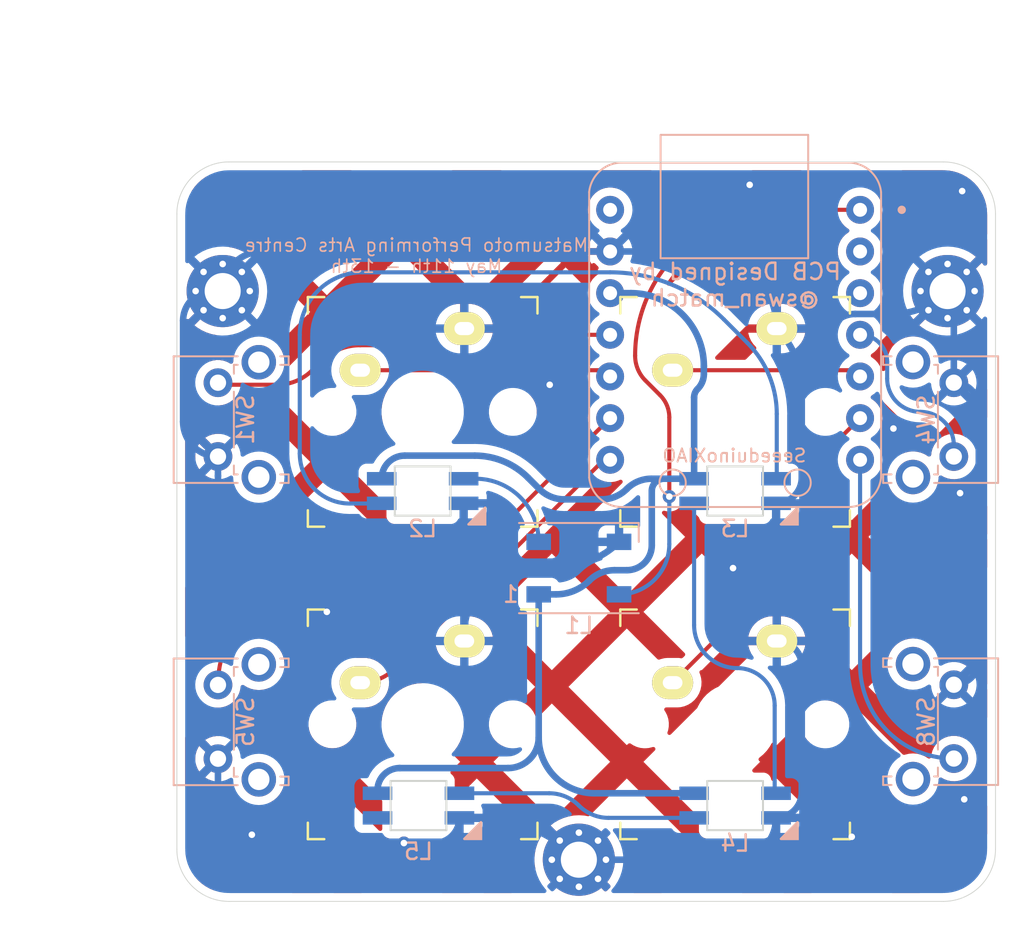
<source format=kicad_pcb>
(kicad_pcb (version 20211014) (generator pcbnew)
  (layers (0 "F.Cu" signal) (31 "B.Cu" signal) (34 "B.Paste" user) (35 "F.Paste" user) (36 "B.SilkS" user "B.Silkscreen") (37 "F.SilkS" user "F.Silkscreen") (38 "B.Mask" user) (39 "F.Mask" user) (44 "Edge.Cuts" user))
  (net 0 "")
  (net 1 "GND")
  (net 2 "LED")
  (net 3 "Net-(L1-Pad2)")
  (net 4 "VCC")
  (net 5 "Net-(L2-Pad2)")
  (net 6 "Net-(L3-Pad2)")
  (net 7 "SW1")
  (net 8 "SW2")
  (net 9 "SW3")
  (net 10 "SW4")
  (net 11 "SW5")
  (net 12 "SW6")
  (net 13 "SW7")
  (net 14 "SW8")
  (net 15 "Net-(L4-Pad2)")
  (footprint "MountingHole:MountingHole_2.2mm_M2_Pad_Via" (layer "F.Cu") (at 65.278 58.039)
    (fp_text reference "J1" hide)
    (fp_text value "Conn_01x01")
  )
  (footprint "MountingHole:MountingHole_2.2mm_M2_Pad_Via" (layer "F.Cu") (at 86.995 92.71)
    (fp_text reference "J2" hide)
    (fp_text value "Conn_01x01")
  )
  (footprint "MountingHole:MountingHole_2.2mm_M2_Pad_Via" (layer "F.Cu") (at 109.474 58.039)
    (fp_text reference "J3" hide)
    (fp_text value "Conn_01x01")
  )
  (footprint "Keyboard:MX_1U" (layer "F.Cu") (at 77.47 65.405)
    (fp_text reference "SW2" hide)
    (fp_text value "SW_PUSH" hide)
  )
  (footprint "Keyboard:MX_1U" (layer "F.Cu") (at 96.52 65.405)
    (fp_text reference "SW3" hide)
    (fp_text value "SW_PUSH" hide)
  )
  (footprint "Keyboard:MX_1U" (layer "F.Cu") (at 77.47 84.455)
    (fp_text reference "SW6" hide)
    (fp_text value "SW_PUSH" hide)
  )
  (footprint "Keyboard:MX_1U" (layer "F.Cu") (at 96.52 84.455)
    (fp_text reference "SW7" hide)
    (fp_text value "SW_PUSH" hide)
  )
  (footprint "LED_SMD:LED_WS2812B_PLCC4_5.0x5.0mm_P3.2mm" (layer "B.Cu") (at 86.995 74.93)
    (fp_text reference "L1")
    (fp_text value "YS-SK6812MINI")
  )
  (footprint "Keyboard:YS-SK6812MINI-E" (layer "B.Cu") (at 77.47 70.231 180)
    (fp_text reference "L2")
    (fp_text value "YS-SK6812MINI")
    (fp_line (start 1.7 1.5) (end -1.7 1.5) (layer "Edge.Cuts") (width 0.12))
    (fp_line (start -1.7 -1.5) (end 1.7 -1.5) (layer "Edge.Cuts") (width 0.12))
    (fp_line (start -1.7 1.5) (end -1.7 -1.5) (layer "Edge.Cuts") (width 0.12))
    (fp_line (start 1.7 -1.5) (end 1.7 1.5) (layer "Edge.Cuts") (width 0.12))
  )
  (footprint "Keyboard:YS-SK6812MINI-E" (layer "B.Cu") (at 96.52 70.231 180)
    (fp_text reference "L3")
    (fp_text value "YS-SK6812MINI")
    (fp_line (start -1.7 1.5) (end -1.7 -1.5) (layer "Edge.Cuts") (width 0.12))
    (fp_line (start 1.7 1.5) (end -1.7 1.5) (layer "Edge.Cuts") (width 0.12))
    (fp_line (start 1.7 -1.5) (end 1.7 1.5) (layer "Edge.Cuts") (width 0.12))
    (fp_line (start -1.7 -1.5) (end 1.7 -1.5) (layer "Edge.Cuts") (width 0.12))
  )
  (footprint "Keyboard:YS-SK6812MINI-E" (layer "B.Cu") (at 96.52 89.408 180)
    (fp_text reference "L4")
    (fp_text value "YS-SK6812MINI")
    (fp_line (start 1.7 1.5) (end -1.7 1.5) (layer "Edge.Cuts") (width 0.12))
    (fp_line (start -1.7 1.5) (end -1.7 -1.5) (layer "Edge.Cuts") (width 0.12))
    (fp_line (start 1.7 -1.5) (end 1.7 1.5) (layer "Edge.Cuts") (width 0.12))
    (fp_line (start -1.7 -1.5) (end 1.7 -1.5) (layer "Edge.Cuts") (width 0.12))
  )
  (footprint "Button_Switch_THT:SW_Tactile_SPST_Angled_PTS645Vx39-2LFS" (layer "B.Cu") (at 64.9905 63.627 -90)
    (fp_text reference "SW1")
    (fp_text value "SW_PUSH")
  )
  (footprint "Button_Switch_THT:SW_Tactile_SPST_Angled_PTS645Vx39-2LFS" (layer "B.Cu") (at 109.855 68.127 90)
    (fp_text reference "SW4")
    (fp_text value "SW_PUSH")
  )
  (footprint "Button_Switch_THT:SW_Tactile_SPST_Angled_PTS645Vx39-2LFS" (layer "B.Cu") (at 64.9905 82.053 -90)
    (fp_text reference "SW5")
    (fp_text value "SW_PUSH")
  )
  (footprint "Button_Switch_THT:SW_Tactile_SPST_Angled_PTS645Vx39-2LFS" (layer "B.Cu") (at 109.855 86.542 90)
    (fp_text reference "SW8")
    (fp_text value "SW_PUSH")
  )
  (footprint "Keyboard:Seeeduino XIAO TH only" (layer "B.Cu") (at 96.52 60.706 180)
    (fp_text reference "U1")
    (fp_text value "SeeeduinoXIAO")
  )
  (footprint "Keyboard:YS-SK6812MINI-E" (layer "B.Cu") (at 77.216 89.408 180)
    (fp_text reference "L5")
    (fp_text value "YS-SK6812MINI")
    (fp_line (start -1.7 -1.5) (end 1.7 -1.5) (layer "Edge.Cuts") (width 0.12))
    (fp_line (start 1.7 -1.5) (end 1.7 1.5) (layer "Edge.Cuts") (width 0.12))
    (fp_line (start -1.7 1.5) (end -1.7 -1.5) (layer "Edge.Cuts") (width 0.12))
    (fp_line (start 1.7 1.5) (end -1.7 1.5) (layer "Edge.Cuts") (width 0.12))
  )
  (gr_arc (start 65.659 95.25) (mid 63.413936 94.320064) (end 62.484 92.075) (layer "Edge.Cuts") (width 0.05))
  (gr_line (start 62.484 53.34) (end 62.484 92.075) (layer "Edge.Cuts") (width 0.05))
  (gr_line (start 109.22 50.165) (end 65.659 50.165) (layer "Edge.Cuts") (width 0.05))
  (gr_line (start 65.659 95.25) (end 109.22 95.25) (layer "Edge.Cuts") (width 0.05))
  (gr_line (start 112.395 92.075) (end 112.395 53.34) (layer "Edge.Cuts") (width 0.05))
  (gr_arc (start 62.484 53.34) (mid 63.413936 51.094936) (end 65.659 50.165) (layer "Edge.Cuts") (width 0.05))
  (gr_arc (start 112.395 92.075) (mid 111.465064 94.320064) (end 109.22 95.25) (layer "Edge.Cuts") (width 0.05))
  (gr_arc (start 109.22 50.165) (mid 111.465064 51.094936) (end 112.395 53.34) (layer "Edge.Cuts") (width 0.05))
  (gr_text "Matsumoto Performing Arts Centre\nMay 11th - 13th" (at 77.089 55.88) (layer "B.SilkS") (effects (font (size 0.8 0.8) (thickness 0.1)) (justify mirror)))
  (gr_text "PCB Designed by\n@swan_match" (at 96.52 57.658) (layer "B.SilkS") (effects (font (size 1 1)) (justify mirror)))
  (segment (start 66.9527 58.3167) (end 66.4694 58.8) (width 0.4) (layer "F.Cu") (net 1))
  (segment (start 88.9 55.626) (end 86.868 55.626) (width 0.4) (layer "F.Cu") (net 1))
  (segment (start 86.5117 91.5433) (end 86.995 91.06) (width 0.4) (layer "F.Cu") (net 1))
  (segment (start 82.169 60.325) (end 80.01 60.325) (width 0.4) (layer "F.Cu") (net 1))
  (segment (start 86.868 55.626) (end 82.169 60.325) (width 0.4) (layer "F.Cu") (net 1))
  (segment (start 86.995 91.06) (end 87.6784 91.06) (width 0.4) (layer "F.Cu") (net 1))
  (segment (start 87.6784 91.06) (end 88.1617 91.5433) (width 0.4) (layer "F.Cu") (net 1))
  (segment (start 86.3116 94.36) (end 85.8283 93.8767) (width 0.4) (layer "F.Cu") (net 1))
  (segment (start 66.4694 58.8) (end 65.786 58.8) (width 0.4) (layer "F.Cu") (net 1))
  (segment (start 85.8283 91.5433) (end 86.5117 91.5433) (width 0.4) (layer "F.Cu") (net 1))
  (segment (start 86.995 94.36) (end 86.3116 94.36) (width 0.4) (layer "F.Cu") (net 1))
  (via (at 110.363 51.943) (size 0.8) (drill 0.4) (layers "F.Cu" "B.Cu") (net 1))
  (via (at 76.327 91.694) (size 0.8) (drill 0.4) (layers "F.Cu" "B.Cu") (net 1))
  (via (at 67.056 91.186) (size 0.8) (drill 0.4) (layers "F.Cu" "B.Cu") (net 1))
  (via (at 96.393 74.93) (size 0.8) (drill 0.4) (layers "F.Cu" "B.Cu") (net 1))
  (via (at 85.217 63.754) (size 0.8) (drill 0.4) (layers "F.Cu" "B.Cu") (net 1))
  (via (at 71.628 77.597) (size 0.8) (drill 0.4) (layers "F.Cu" "B.Cu") (net 1))
  (via (at 110.49 89.027) (size 0.8) (drill 0.4) (layers "F.Cu" "B.Cu") (net 1))
  (via (at 103.632 91.313) (size 0.8) (drill 0.4) (layers "F.Cu" "B.Cu") (net 1))
  (via (at 106.172 66.421) (size 0.8) (drill 0.4) (layers "F.Cu" "B.Cu") (net 1))
  (via (at 110.236 70.358) (size 0.8) (drill 0.4) (layers "F.Cu" "B.Cu") (net 1))
  (via (at 97.409 51.562) (size 0.8) (drill 0.4) (layers "F.Cu" "B.Cu") (net 1))
  (segment (start 99.06 60.325) (end 101.696185 60.325) (width 0.4) (layer "B.Cu") (net 1))
  (segment (start 111.379 65.151) (end 111.379 80.518) (width 0.4) (layer "B.Cu") (net 1))
  (segment (start 88.1617 93.8767) (end 88.645 93.3934) (width 0.4) (layer "B.Cu") (net 1))
  (segment (start 62.865 59.839795) (end 62.865 66.0015) (width 0.4) (layer "B.Cu") (net 1))
  (segment (start 64.9905 86.553) (end 64.9905 88.7395) (width 0.4) (layer "B.Cu") (net 1))
  (segment (start 84.074 74.803) (end 85.888864 74.803) (width 0.4) (layer "B.Cu") (net 1))
  (segment (start 88.1617 91.5433) (end 88.645 92.0266) (width 0.4) (layer "B.Cu") (net 1))
  (segment (start 100.584 64.004261) (end 100.584 69.417) (width 0.4) (layer "B.Cu") (net 1))
  (segment (start 88.645 93.3934) (end 88.645 92.71) (width 0.4) (layer "B.Cu") (net 1))
  (segment (start 65.278 58.039) (end 64.665795 58.039) (width 0.4) (layer "B.Cu") (net 1))
  (segment (start 85.8283 93.1933) (end 85.8283 93.8767) (width 0.4) (layer "B.Cu") (net 1))
  (segment (start 80.01 79.375) (end 75.057 79.375) (width 0.4) (layer "B.Cu") (net 1))
  (segment (start 85.345 92.71) (end 85.8283 93.1933) (width 0.4) (layer "B.Cu") (net 1))
  (segment (start 88.9 55.626) (end 94.361 55.626) (width 0.4) (layer "B.Cu") (net 1))
  (segment (start 80.01 79.375) (end 80.01 71.021) (width 0.4) (layer "B.Cu") (net 1))
  (segment (start 88.9 55.626) (end 67.691 55.626) (width 0.4) (layer "B.Cu") (net 1))
  (segment (start 67.945 91.694) (end 76.327 91.694) (width 0.4) (layer "B.Cu") (net 1))
  (segment (start 79.716 90.158) (end 80.833927 90.158) (width 0.4) (layer "B.Cu") (net 1))
  (segment (start 86.3116 92.71) (end 85.8283 93.1933) (width 0.4) (layer "B.Cu") (net 1))
  (segment (start 88.645 92.0266) (end 88.645 92.71) (width 0.4) (layer "B.Cu") (net 1))
  (segment (start 103.84242 59.436) (end 106.101344 59.436) (width 0.4) (layer "B.Cu") (net 1))
  (segment (start 85.345 92.0266) (end 85.345 92.71) (width 0.4) (layer "B.Cu") (net 1))
  (segment (start 86.995 92.71) (end 96.468 92.71) (width 0.4) (layer "B.Cu") (net 1))
  (segment (start 109.855 63.627) (end 109.855 58.958815) (width 0.4) (layer "B.Cu") (net 1))
  (segment (start 64.9905 68.127) (end 64.9905 69.3085) (width 0.4) (layer "B.Cu") (net 1))
  (segment (start 85.8283 91.5433) (end 85.345 92.0266) (width 0.4) (layer "B.Cu") (net 1))
  (segment (start 100.584 87.376) (end 100.584 88.594) (width 0.4) (layer "B.Cu") (net 1))
  (segment (start 99.06 79.375) (end 99.06 71.021) (width 0.4) (layer "B.Cu") (net 1))
  (segment (start 76.327 91.694) (end 78.18 91.694) (width 0.4) (layer "B.Cu") (net 1))
  (segment (start 100.584 80.899) (end 100.584 87.376) (width 0.4) (layer "B.Cu") (net 1))
  (segment (start 86.995 92.71) (end 86.3116 92.71) (width 0.4) (layer "B.Cu") (net 1))
  (arc (start 99.06 71.021) (mid 99.048284 70.992716) (end 99.02 70.981) (width 0.4) (layer "B.Cu") (net 1))
  (arc (start 62.865 66.0015) (mid 63.487545 67.504455) (end 64.9905 68.127) (width 0.4) (layer "B.Cu") (net 1))
  (arc (start 85.888864 74.803) (mid 87.813431 74.420179) (end 89.445 73.33) (width 0.4) (layer "B.Cu") (net 1))
  (arc (start 78.18 91.694) (mid 79.266116 91.244116) (end 79.716 90.158) (width 0.4) (layer "B.Cu") (net 1))
  (arc (start 111.379 80.518) (mid 110.932631 81.595631) (end 109.855 82.042) (width 0.4) (layer "B.Cu") (net 1))
  (arc (start 99.06 60.325) (mid 100.187925 62.013059) (end 100.584 64.004261) (width 0.4) (layer "B.Cu") (net 1))
  (arc (start 64.665795 58.039) (mid 63.392441 58.566441) (end 62.865 59.839795) (width 0.4) (layer "B.Cu") (net 1))
  (arc (start 106.101344 59.436) (mid 107.926612 59.072931) (end 109.474 58.039) (width 0.4) (layer "B.Cu") (net 1))
  (arc (start 102.616 59.944) (mid 103.178686 59.568025) (end 103.84242 59.436) (width 0.4) (layer "B.Cu") (net 1))
  (arc (start 101.696185 60.325) (mid 102.193985 60.225981) (end 102.616 59.944) (width 0.4) (layer "B.Cu") (net 1))
  (arc (start 109.855 58.958815) (mid 109.755981 58.461015) (end 109.474 58.039) (width 0.4) (layer "B.Cu") (net 1))
  (arc (start 96.468 92.71) (mid 98.272537 91.962537) (end 99.02 90.158) (width 0.4) (layer "B.Cu") (net 1))
  (arc (start 99.06 79.375) (mid 100.137631 79.821369) (end 100.584 80.899) (width 0.4) (layer "B.Cu") (net 1))
  (arc (start 100.584 69.417) (mid 100.125915 70.522915) (end 99.02 70.981) (width 0.4) (layer "B.Cu") (net 1))
  (arc (start 64.9905 88.7395) (mid 65.855853 90.828647) (end 67.945 91.694) (width 0.4) (layer "B.Cu") (net 1))
  (arc (start 100.584 88.594) (mid 100.125915 89.699915) (end 99.02 90.158) (width 0.4) (layer "B.Cu") (net 1))
  (arc (start 64.9905 69.3085) (mid 67.93891 76.42659) (end 75.057 79.375) (width 0.4) (layer "B.Cu") (net 1))
  (arc (start 80.01 71.021) (mid 79.998284 70.992716) (end 79.97 70.981) (width 0.4) (layer "B.Cu") (net 1))
  (arc (start 94.361 55.626) (mid 97.683695 57.002305) (end 99.06 60.325) (width 0.4) (layer "B.Cu") (net 1))
  (arc (start 109.855 63.627) (mid 110.932631 64.073369) (end 111.379 65.151) (width 0.4) (layer "B.Cu") (net 1))
  (arc (start 80.01 78.867) (mid 81.200318 75.993318) (end 84.074 74.803) (width 0.4) (layer "B.Cu") (net 1))
  (arc (start 80.833927 90.158) (mid 84.168275 90.821243) (end 86.995 92.71) (width 0.4) (layer "B.Cu") (net 1))
  (arc (start 67.691 55.626) (mid 65.984751 56.332751) (end 65.278 58.039) (width 0.4) (layer "B.Cu") (net 1))
  (segment (start 92.5078 70.57) (end 92.5078 65.740476) (width 0.25) (layer "F.Cu") (net 2))
  (segment (start 99.314 53.086) (end 104.14 53.086) (width 0.25) (layer "F.Cu") (net 2))
  (segment (start 91.948 64.389) (end 91.052618 63.493618) (width 0.25) (layer "F.Cu") (net 2))
  (via (at 92.5078 70.57) (size 0.8) (drill 0.4) (layers "F.Cu" "B.Cu") (net 2))
  (arc (start 91.052618 63.493618) (mid 90.587372 62.797329) (end 90.424 61.976) (width 0.25) (layer "F.Cu") (net 2))
  (arc (start 90.424 61.976) (mid 93.027821 55.689821) (end 99.314 53.086) (width 0.25) (layer "F.Cu") (net 2))
  (arc (start 92.5078 65.740476) (mid 92.362313 65.009062) (end 91.948 64.389) (width 0.25) (layer "F.Cu") (net 2))
  (segment (start 92.5078 73.4672) (end 92.5078 70.57) (width 0.25) (layer "B.Cu") (net 2))
  (arc (start 89.445 76.53) (mid 91.610727 75.632927) (end 92.5078 73.4672) (width 0.25) (layer "B.Cu") (net 2))
  (segment (start 79.97 69.481) (end 80.696 69.481) (width 0.25) (layer "B.Cu") (net 3))
  (arc (start 80.696 69.481) (mid 83.417654 70.608346) (end 84.545 73.33) (width 0.25) (layer "B.Cu") (net 3))
  (segment (start 94.02 69.481) (end 94.02 64.524641) (width 0.4) (layer "B.Cu") (net 4))
  (segment (start 91.44 70.231) (end 91.44 73.533) (width 0.4) (layer "B.Cu") (net 4))
  (segment (start 88.382975 70.739) (end 86.106 70.739) (width 0.4) (layer "B.Cu") (net 4))
  (segment (start 90.17 58.166) (end 88.9 58.166) (width 0.4) (layer "B.Cu") (net 4))
  (segment (start 84.588382 70.110382) (end 83.897039 69.419039) (width 0.4) (layer "B.Cu") (net 4))
  (segment (start 80.645 68.072) (end 76.379 68.072) (width 0.4) (layer "B.Cu") (net 4))
  (segment (start 94.615 63.088185) (end 94.615 62.611) (width 0.4) (layer "B.Cu") (net 4))
  (segment (start 84.545 76.53) (end 85.60689 76.53) (width 0.4) (layer "B.Cu") (net 4))
  (segment (start 94.02 88.658) (end 87.949 88.658) (width 0.4) (layer "B.Cu") (net 4))
  (segment (start 82.677 87.122) (end 76.073 87.122) (width 0.4) (layer "B.Cu") (net 4))
  (segment (start 89.163025 75.057) (end 89.916 75.057) (width 0.4) (layer "B.Cu") (net 4))
  (segment (start 74.716 88.479) (end 74.716 88.658) (width 0.4) (layer "B.Cu") (net 4))
  (segment (start 84.545 76.53) (end 84.545 85.254) (width 0.4) (layer "B.Cu") (net 4))
  (segment (start 91.420055 69.481) (end 94.02 69.481) (width 0.4) (layer "B.Cu") (net 4))
  (arc (start 87.949 88.658) (mid 85.542009 87.660991) (end 84.545 85.254) (width 0.4) (layer "B.Cu") (net 4))
  (arc (start 91.420055 69.481) (mid 90.606067 69.642912) (end 89.916 70.104) (width 0.4) (layer "B.Cu") (net 4))
  (arc (start 76.073 87.122) (mid 75.113456 87.519456) (end 74.716 88.479) (width 0.4) (layer "B.Cu") (net 4))
  (arc (start 89.916 70.104) (mid 89.212642 70.573969) (end 88.382975 70.739) (width 0.4) (layer "B.Cu") (net 4))
  (arc (start 76.379 68.072) (mid 75.382687 68.484687) (end 74.97 69.481) (width 0.4) (layer "B.Cu") (net 4))
  (arc (start 92.19 69.481) (mid 91.65967 69.70067) (end 91.44 70.231) (width 0.4) (layer "B.Cu") (net 4))
  (arc (start 89.916 75.057) (mid 90.993631 74.610631) (end 91.44 73.533) (width 0.4) (layer "B.Cu") (net 4))
  (arc (start 83.897039 69.419039) (mid 82.404991 68.422084) (end 80.645 68.072) (width 0.4) (layer "B.Cu") (net 4))
  (arc (start 94.615 62.611) (mid 93.31309 59.46791) (end 90.17 58.166) (width 0.4) (layer "B.Cu") (net 4))
  (arc (start 87.63 75.692) (mid 88.333357 75.222031) (end 89.163025 75.057) (width 0.4) (layer "B.Cu") (net 4))
  (arc (start 94.02 64.524641) (mid 94.075617 64.245037) (end 94.234 64.008) (width 0.4) (layer "B.Cu") (net 4))
  (arc (start 85.60689 76.53) (mid 86.701789 76.312211) (end 87.63 75.692) (width 0.4) (layer "B.Cu") (net 4))
  (arc (start 84.545 85.254) (mid 83.997875 86.574875) (end 82.677 87.122) (width 0.4) (layer "B.Cu") (net 4))
  (arc (start 91.44 69.500945) (mid 91.434158 69.486842) (end 91.420055 69.481) (width 0.4) (layer "B.Cu") (net 4))
  (arc (start 94.234 64.008) (mid 94.515982 63.585985) (end 94.615 63.088185) (width 0.4) (layer "B.Cu") (net 4))
  (arc (start 86.106 70.739) (mid 85.284671 70.575628) (end 84.588382 70.110382) (width 0.4) (layer "B.Cu") (net 4))
  (segment (start 97.263949 61.195949) (end 95.837683 59.769683) (width 0.25) (layer "B.Cu") (net 5))
  (segment (start 88.9 56.896) (end 73.790288 56.896) (width 0.25) (layer "B.Cu") (net 5))
  (segment (start 99.06 69.441) (end 99.06 65.532) (width 0.25) (layer "B.Cu") (net 5))
  (segment (start 73.025 70.993) (end 74.958 70.993) (width 0.25) (layer "B.Cu") (net 5))
  (segment (start 69.977 60.709288) (end 69.977 67.945) (width 0.25) (layer "B.Cu") (net 5))
  (arc (start 73.790288 56.896) (mid 71.093886 58.012886) (end 69.977 60.709288) (width 0.25) (layer "B.Cu") (net 5))
  (arc (start 69.977 67.945) (mid 70.869739 70.100261) (end 73.025 70.993) (width 0.25) (layer "B.Cu") (net 5))
  (arc (start 99.02 69.481) (mid 99.048284 69.469284) (end 99.06 69.441) (width 0.25) (layer "B.Cu") (net 5))
  (arc (start 74.958 70.993) (mid 74.966485 70.989485) (end 74.97 70.981) (width 0.25) (layer "B.Cu") (net 5))
  (arc (start 95.837683 59.769683) (mid 92.654647 57.642846) (end 88.9 56.896) (width 0.25) (layer "B.Cu") (net 5))
  (arc (start 99.06 65.532) (mid 98.593222 63.185346) (end 97.263949 61.195949) (width 0.25) (layer "B.Cu") (net 5))
  (segment (start 98.933 88.447964) (end 98.933 83.312) (width 0.25) (layer "B.Cu") (net 6))
  (segment (start 94.02 78.399) (end 94.02 70.981) (width 0.25) (layer "B.Cu") (net 6))
  (arc (start 98.933 83.312) (mid 98.263446 81.695554) (end 96.647 81.026) (width 0.25) (layer "B.Cu") (net 6))
  (arc (start 96.647 81.026) (mid 94.78943 80.25657) (end 94.02 78.399) (width 0.25) (layer "B.Cu") (net 6))
  (arc (start 99.02 88.658) (mid 98.95561 88.561635) (end 98.933 88.447964) (width 0.25) (layer "B.Cu") (net 6))
  (segment (start 84.315235 60.706) (end 88.9 60.706) (width 0.25) (layer "F.Cu") (net 7))
  (segment (start 73.66 61.341) (end 77.312185 61.341) (width 0.25) (layer "F.Cu") (net 7))
  (segment (start 68.598774 63.751511) (end 65.115011 63.751511) (width 0.25) (layer "F.Cu") (net 7))
  (segment (start 78.84521 61.976) (end 81.249185 61.976) (width 0.25) (layer "F.Cu") (net 7))
  (segment (start 70.739 62.865) (end 71.275171 62.328829) (width 0.25) (layer "F.Cu") (net 7))
  (arc (start 77.312185 61.341) (mid 77.809985 61.440019) (end 78.232 61.722) (width 0.25) (layer "F.Cu") (net 7))
  (arc (start 71.275171 62.328829) (mid 72.369339 61.597729) (end 73.66 61.341) (width 0.25) (layer "F.Cu") (net 7))
  (arc (start 81.249185 61.976) (mid 81.746985 61.876981) (end 82.169 61.595) (width 0.25) (layer "F.Cu") (net 7))
  (arc (start 68.598774 63.751511) (mid 69.757056 63.521114) (end 70.739 62.865) (width 0.25) (layer "F.Cu") (net 7))
  (arc (start 82.169 61.595) (mid 83.153701 60.937044) (end 84.315235 60.706) (width 0.25) (layer "F.Cu") (net 7))
  (arc (start 65.115011 63.751511) (mid 65.026968 63.715043) (end 64.9905 63.627) (width 0.25) (layer "F.Cu") (net 7))
  (arc (start 78.232 61.722) (mid 78.513343 61.909987) (end 78.84521 61.976) (width 0.25) (layer "F.Cu") (net 7))
  (segment (start 88.519 62.865) (end 88.9 63.246) (width 0.25) (layer "F.Cu") (net 8))
  (segment (start 73.66 62.865) (end 88.519 62.865) (width 0.25) (layer "F.Cu") (net 8))
  (segment (start 92.71 62.865) (end 103.759 62.865) (width 0.25) (layer "F.Cu") (net 9))
  (segment (start 103.759 62.865) (end 104.14 63.246) (width 0.25) (layer "F.Cu") (net 9))
  (segment (start 109.855 68.127) (end 109.855 67.437) (width 0.25) (layer "B.Cu") (net 10))
  (segment (start 105.791 63.373) (end 105.791 62.357) (width 0.25) (layer "B.Cu") (net 10))
  (arc (start 107.823 65.405) (mid 106.386159 64.809841) (end 105.791 63.373) (width 0.25) (layer "B.Cu") (net 10))
  (arc (start 105.791 62.357) (mid 105.307433 61.189567) (end 104.14 60.706) (width 0.25) (layer "B.Cu") (net 10))
  (arc (start 109.855 67.437) (mid 109.259841 66.000159) (end 107.823 65.405) (width 0.25) (layer "B.Cu") (net 10))
  (segment (start 88.9 65.786) (end 80.752854 73.933146) (width 0.25) (layer "F.Cu") (net 11))
  (segment (start 76.2 75.819) (end 71.2245 75.819) (width 0.25) (layer "F.Cu") (net 11))
  (arc (start 71.2245 75.819) (mid 66.816396 77.644896) (end 64.9905 82.053) (width 0.25) (layer "F.Cu") (net 11))
  (arc (start 80.752854 73.933146) (mid 78.663987 75.328883) (end 76.2 75.819) (width 0.25) (layer "F.Cu") (net 11))
  (segment (start 75.828025 81.016974) (end 88.249592 68.595408) (width 0.25) (layer "F.Cu") (net 12))
  (arc (start 88.249592 68.595408) (mid 88.548001 68.396017) (end 88.9 68.326) (width 0.25) (layer "F.Cu") (net 12))
  (arc (start 73.66 81.915) (mid 74.833327 81.681611) (end 75.828025 81.016974) (width 0.25) (layer "F.Cu") (net 12))
  (segment (start 101.751433 68.174566) (end 104.14 65.786) (width 0.25) (layer "F.Cu") (net 13))
  (segment (start 92.71 81.915) (end 98.428738 76.196262) (width 0.25) (layer "F.Cu") (net 13))
  (arc (start 100.584 70.993) (mid 100.887406 69.467675) (end 101.751433 68.174566) (width 0.25) (layer "F.Cu") (net 13))
  (arc (start 98.428738 76.196262) (mid 100.023866 73.808985) (end 100.584 70.993) (width 0.25) (layer "F.Cu") (net 13))
  (segment (start 104.14 68.326) (end 104.14 80.827) (width 0.25) (layer "B.Cu") (net 14))
  (arc (start 104.14 80.827) (mid 105.813885 84.868115) (end 109.855 86.542) (width 0.25) (layer "B.Cu") (net 14))
  (segment (start 79.716 88.658) (end 85.18434 88.658) (width 0.25) (layer "B.Cu") (net 15))
  (segment (start 88.80566 90.158) (end 94.02 90.158) (width 0.25) (layer "B.Cu") (net 15))
  (arc (start 85.18434 88.658) (mid 86.164262 88.852919) (end 86.995 89.408) (width 0.25) (layer "B.Cu") (net 15))
  (arc (start 86.995 89.408) (mid 87.825738 89.963081) (end 88.80566 90.158) (width 0.25) (layer "B.Cu") (net 15))
  (zone (net 0) (net_name "") (layer "F.Cu") (connect_pads (clearance 0)) (min_thickness 0.254)
    (keepout (tracks allowed) (vias allowed) (pads allowed) (copperpour not_allowed) (footprints allowed))
    (fill (thermal_gap 0.508) (thermal_bridge_width 0.508))
    (polygon (pts (xy 70.612 77.597) (xy 67.056 81.153) (xy 63.5 77.597) (xy 67.056 74.041)))
  )
  (zone (net 0) (net_name "") (layer "F.Cu") (connect_pads (clearance 0)) (min_thickness 0.254)
    (keepout (tracks allowed) (vias allowed) (pads allowed) (copperpour not_allowed) (footprints allowed))
    (fill (thermal_gap 0.508) (thermal_bridge_width 0.508))
    (polygon (pts (xy 107.188 59.309) (xy 103.632 62.865) (xy 100.076 59.309) (xy 103.632 55.753)))
  )
  (zone (net 0) (net_name "") (layer "F.Cu") (connect_pads (clearance 0)) (min_thickness 0.254)
    (keepout (tracks allowed) (vias allowed) (pads allowed) (copperpour not_allowed) (footprints allowed))
    (fill (thermal_gap 0.508) (thermal_bridge_width 0.508))
    (polygon (pts (xy 107.188 77.597) (xy 103.632 81.153) (xy 100.076 77.597) (xy 103.632 74.041)))
  )
  (zone (net 0) (net_name "") (layer "F.Cu") (connect_pads (clearance 0)) (min_thickness 0.254)
    (keepout (tracks allowed) (vias allowed) (pads allowed) (copperpour not_allowed) (footprints allowed))
    (fill (thermal_gap 0.508) (thermal_bridge_width 0.508))
    (polygon (pts (xy 102.616 54.737) (xy 99.06 58.293) (xy 95.504 54.737) (xy 99.06 51.181)))
  )
  (zone (net 0) (net_name "") (layer "F.Cu") (connect_pads (clearance 0)) (min_thickness 0.254)
    (keepout (tracks allowed) (vias allowed) (pads allowed) (copperpour not_allowed) (footprints allowed))
    (fill (thermal_gap 0.508) (thermal_bridge_width 0.508))
    (polygon (pts (xy 93.472 63.881) (xy 89.916 67.437) (xy 86.36 63.881) (xy 89.916 60.325)))
  )
  (zone (net 0) (net_name "") (layer "F.Cu") (connect_pads (clearance 0)) (min_thickness 0.254)
    (keepout (tracks allowed) (vias allowed) (pads allowed) (copperpour not_allowed) (footprints allowed))
    (fill (thermal_gap 0.508) (thermal_bridge_width 0.508))
    (polygon (pts (xy 88.9 86.741) (xy 85.344 90.297) (xy 81.788 86.741) (xy 85.344 83.185)))
  )
  (zone (net 0) (net_name "") (layer "F.Cu") (connect_pads (clearance 0)) (min_thickness 0.254)
    (keepout (tracks allowed) (vias allowed) (pads allowed) (copperpour not_allowed) (footprints allowed))
    (fill (thermal_gap 0.508) (thermal_bridge_width 0.508))
    (polygon (pts (xy 112.395 89.916) (xy 109.22 86.741) (xy 112.395 83.566)))
  )
  (zone (net 0) (net_name "") (layer "F.Cu") (connect_pads (clearance 0)) (min_thickness 0.254)
    (keepout (tracks allowed) (vias allowed) (pads allowed) (copperpour not_allowed) (footprints allowed))
    (fill (thermal_gap 0.508) (thermal_bridge_width 0.508))
    (polygon (pts (xy 112.395 71.628) (xy 109.22 68.453) (xy 112.395 65.278)))
  )
  (zone (net 0) (net_name "") (layer "F.Cu") (connect_pads (clearance 0)) (min_thickness 0.254)
    (keepout (tracks allowed) (vias allowed) (pads allowed) (copperpour not_allowed) (footprints allowed))
    (fill (thermal_gap 0.508) (thermal_bridge_width 0.508))
    (polygon (pts (xy 93.472 54.737) (xy 89.916 58.293) (xy 86.36 54.737) (xy 89.916 51.181)))
  )
  (zone (net 0) (net_name "") (layer "F.Cu") (connect_pads (clearance 0)) (min_thickness 0.254)
    (keepout (tracks allowed) (vias allowed) (pads allowed) (copperpour not_allowed) (footprints allowed))
    (fill (thermal_gap 0.508) (thermal_bridge_width 0.508))
    (polygon (pts (xy 70.612 68.453) (xy 67.056 72.009) (xy 63.5 68.453) (xy 67.056 64.897)))
  )
  (zone (net 0) (net_name "") (layer "F.Cu") (connect_pads (clearance 0)) (min_thickness 0.254)
    (keepout (tracks allowed) (vias allowed) (pads allowed) (copperpour not_allowed) (footprints allowed))
    (fill (thermal_gap 0.508) (thermal_bridge_width 0.508))
    (polygon (pts (xy 93.472 82.169) (xy 89.916 85.725) (xy 86.36 82.169) (xy 89.916 78.613)))
  )
  (zone (net 0) (net_name "") (layer "F.Cu") (connect_pads (clearance 0)) (min_thickness 0.254)
    (keepout (tracks allowed) (vias allowed) (pads allowed) (copperpour not_allowed) (footprints allowed))
    (fill (thermal_gap 0.508) (thermal_bridge_width 0.508))
    (polygon (pts (xy 102.616 73.025) (xy 99.06 76.581) (xy 95.504 73.025) (xy 99.06 69.469)))
  )
  (zone (net 0) (net_name "") (layer "F.Cu") (connect_pads (clearance 0)) (min_thickness 0.254)
    (keepout (tracks allowed) (vias allowed) (pads allowed) (copperpour not_allowed) (footprints allowed))
    (fill (thermal_gap 0.508) (thermal_bridge_width 0.508))
    (polygon (pts (xy 88.9 68.453) (xy 85.344 72.009) (xy 81.788 68.453) (xy 85.344 64.897)))
  )
  (zone (net 0) (net_name "") (layer "F.Cu") (connect_pads (clearance 0)) (min_thickness 0.254)
    (keepout (tracks allowed) (vias allowed) (pads allowed) (copperpour not_allowed) (footprints allowed))
    (fill (thermal_gap 0.508) (thermal_bridge_width 0.508))
    (polygon (pts (xy 106.553 95.25) (xy 100.711 95.25) (xy 103.632 92.329)))
  )
  (zone (net 0) (net_name "") (layer "F.Cu") (connect_pads (clearance 0)) (min_thickness 0.254)
    (keepout (tracks allowed) (vias allowed) (pads allowed) (copperpour not_allowed) (footprints allowed))
    (fill (thermal_gap 0.508) (thermal_bridge_width 0.508))
    (polygon (pts (xy 66.04 91.313) (xy 62.484 94.869) (xy 62.484 87.757)))
  )
  (zone (net 0) (net_name "") (layer "F.Cu") (connect_pads (clearance 0)) (min_thickness 0.254)
    (keepout (tracks allowed) (vias allowed) (pads allowed) (copperpour not_allowed) (footprints allowed))
    (fill (thermal_gap 0.508) (thermal_bridge_width 0.508))
    (polygon (pts (xy 112.395 80.772) (xy 109.22 77.597) (xy 112.395 74.422)))
  )
  (zone (net 0) (net_name "") (layer "F.Cu") (connect_pads (clearance 0)) (min_thickness 0.254)
    (keepout (tracks allowed) (vias allowed) (pads allowed) (copperpour not_allowed) (footprints allowed))
    (fill (thermal_gap 0.508) (thermal_bridge_width 0.508))
    (polygon (pts (xy 69.977 95.25) (xy 64.135 95.25) (xy 67.056 92.329)))
  )
  (zone (net 0) (net_name "") (layer "F.Cu") (connect_pads (clearance 0)) (min_thickness 0.254)
    (keepout (tracks allowed) (vias allowed) (pads allowed) (copperpour not_allowed) (footprints allowed))
    (fill (thermal_gap 0.508) (thermal_bridge_width 0.508))
    (polygon (pts (xy 98.044 86.741) (xy 94.488 90.297) (xy 90.932 86.741) (xy 94.488 83.185)))
  )
  (zone (net 0) (net_name "") (layer "F.Cu") (connect_pads (clearance 0)) (min_thickness 0.254)
    (keepout (tracks allowed) (vias allowed) (pads allowed) (copperpour not_allowed) (footprints allowed))
    (fill (thermal_gap 0.508) (thermal_bridge_width 0.508))
    (polygon (pts (xy 79.756 59.309) (xy 76.2 62.865) (xy 72.644 59.309) (xy 76.2 55.753)))
  )
  (zone (net 0) (net_name "") (layer "F.Cu") (connect_pads (clearance 0)) (min_thickness 0.254)
    (keepout (tracks allowed) (vias allowed) (pads allowed) (copperpour not_allowed) (footprints allowed))
    (fill (thermal_gap 0.508) (thermal_bridge_width 0.508))
    (polygon (pts (xy 79.756 86.741) (xy 76.2 90.297) (xy 72.644 86.741) (xy 76.2 83.185)))
  )
  (zone (net 0) (net_name "") (layer "F.Cu") (connect_pads (clearance 0)) (min_thickness 0.254)
    (keepout (tracks allowed) (vias allowed) (pads allowed) (copperpour not_allowed) (footprints allowed))
    (fill (thermal_gap 0.508) (thermal_bridge_width 0.508))
    (polygon (pts (xy 88.9 77.597) (xy 85.344 81.153) (xy 81.788 77.597) (xy 85.344 74.041)))
  )
  (zone (net 0) (net_name "") (layer "F.Cu") (connect_pads (clearance 0)) (min_thickness 0.254)
    (keepout (tracks allowed) (vias allowed) (pads allowed) (copperpour not_allowed) (footprints allowed))
    (fill (thermal_gap 0.508) (thermal_bridge_width 0.508))
    (polygon (pts (xy 111.76 73.025) (xy 108.204 76.581) (xy 104.648 73.025) (xy 108.204 69.469)))
  )
  (zone (net 0) (net_name "") (layer "F.Cu") (connect_pads (clearance 0)) (min_thickness 0.254)
    (keepout (tracks allowed) (vias allowed) (pads allowed) (copperpour not_allowed) (footprints allowed))
    (fill (thermal_gap 0.508) (thermal_bridge_width 0.508))
    (polygon (pts (xy 88.9 59.309) (xy 85.344 62.865) (xy 81.788 59.309) (xy 85.344 55.753)))
  )
  (zone (net 0) (net_name "") (layer "F.Cu") (connect_pads (clearance 0)) (min_thickness 0.254)
    (keepout (tracks allowed) (vias allowed) (pads allowed) (copperpour not_allowed) (footprints allowed))
    (fill (thermal_gap 0.508) (thermal_bridge_width 0.508))
    (polygon (pts (xy 75.184 63.881) (xy 71.628 67.437) (xy 68.072 63.881) (xy 71.628 60.325)))
  )
  (zone (net 0) (net_name "") (layer "F.Cu") (connect_pads (clearance 0)) (min_thickness 0.254)
    (keepout (tracks allowed) (vias allowed) (pads allowed) (copperpour not_allowed) (footprints allowed))
    (fill (thermal_gap 0.508) (thermal_bridge_width 0.508))
    (polygon (pts (xy 84.328 91.313) (xy 80.772 94.869) (xy 77.216 91.313) (xy 80.772 87.757)))
  )
  (zone (net 0) (net_name "") (layer "F.Cu") (connect_pads (clearance 0)) (min_thickness 0.254)
    (keepout (tracks allowed) (vias allowed) (pads allowed) (copperpour not_allowed) (footprints allowed))
    (fill (thermal_gap 0.508) (thermal_bridge_width 0.508))
    (polygon (pts (xy 75.184 54.737) (xy 71.628 58.293) (xy 68.072 54.737) (xy 71.628 51.181)))
  )
  (zone (net 0) (net_name "") (layer "F.Cu") (connect_pads (clearance 0)) (min_thickness 0.254)
    (keepout (tracks allowed) (vias allowed) (pads allowed) (copperpour not_allowed) (footprints allowed))
    (fill (thermal_gap 0.508) (thermal_bridge_width 0.508))
    (polygon (pts (xy 79.756 68.453) (xy 76.2 72.009) (xy 72.644 68.453) (xy 76.2 64.897)))
  )
  (zone (net 0) (net_name "") (layer "F.Cu") (connect_pads (clearance 0)) (min_thickness 0.254)
    (keepout (tracks allowed) (vias allowed) (pads allowed) (copperpour not_allowed) (footprints allowed))
    (fill (thermal_gap 0.508) (thermal_bridge_width 0.508))
    (polygon (pts (xy 98.044 68.453) (xy 94.488 72.009) (xy 90.932 68.453) (xy 94.488 64.897)))
  )
  (zone (net 0) (net_name "") (layer "F.Cu") (connect_pads (clearance 0)) (min_thickness 0.254)
    (keepout (tracks allowed) (vias allowed) (pads allowed) (copperpour not_allowed) (footprints allowed))
    (fill (thermal_gap 0.508) (thermal_bridge_width 0.508))
    (polygon (pts (xy 111.76 91.313) (xy 108.204 94.869) (xy 104.648 91.313) (xy 108.204 87.757)))
  )
  (zone (net 0) (net_name "") (layer "F.Cu") (connect_pads (clearance 0)) (min_thickness 0.254)
    (keepout (tracks allowed) (vias allowed) (pads allowed) (copperpour not_allowed) (footprints allowed))
    (fill (thermal_gap 0.508) (thermal_bridge_width 0.508))
    (polygon (pts (xy 93.472 73.025) (xy 89.916 76.581) (xy 86.36 73.025) (xy 89.916 69.469)))
  )
  (zone (net 0) (net_name "") (layer "F.Cu") (connect_pads (clearance 0)) (min_thickness 0.254)
    (keepout (tracks allowed) (vias allowed) (pads allowed) (copperpour not_allowed) (footprints allowed))
    (fill (thermal_gap 0.508) (thermal_bridge_width 0.508))
    (polygon (pts (xy 66.04 73.025) (xy 62.484 76.581) (xy 62.484 69.469)))
  )
  (zone (net 0) (net_name "") (layer "F.Cu") (connect_pads (clearance 0)) (min_thickness 0.254)
    (keepout (tracks allowed) (vias allowed) (pads allowed) (copperpour not_allowed) (footprints allowed))
    (fill (thermal_gap 0.508) (thermal_bridge_width 0.508))
    (polygon (pts (xy 75.184 91.313) (xy 71.628 94.869) (xy 68.072 91.313) (xy 71.628 87.757)))
  )
  (zone (net 0) (net_name "") (layer "F.Cu") (connect_pads (clearance 0)) (min_thickness 0.254)
    (keepout (tracks allowed) (vias allowed) (pads allowed) (copperpour not_allowed) (footprints allowed))
    (fill (thermal_gap 0.508) (thermal_bridge_width 0.508))
    (polygon (pts (xy 111.76 63.881) (xy 108.204 67.437) (xy 104.648 63.881) (xy 108.204 60.325)))
  )
  (zone (net 0) (net_name "") (layer "F.Cu") (connect_pads (clearance 0)) (min_thickness 0.254)
    (keepout (tracks allowed) (vias allowed) (pads allowed) (copperpour not_allowed) (footprints allowed))
    (fill (thermal_gap 0.508) (thermal_bridge_width 0.508))
    (polygon (pts (xy 111.76 82.169) (xy 108.204 85.725) (xy 104.648 82.169) (xy 108.204 78.613)))
  )
  (zone (net 0) (net_name "") (layer "F.Cu") (connect_pads (clearance 0)) (min_thickness 0.254)
    (keepout (tracks allowed) (vias allowed) (pads allowed) (copperpour not_allowed) (footprints allowed))
    (fill (thermal_gap 0.508) (thermal_bridge_width 0.508))
    (polygon (pts (xy 107.188 68.453) (xy 103.632 72.009) (xy 100.076 68.453) (xy 103.632 64.897)))
  )
  (zone (net 0) (net_name "") (layer "F.Cu") (connect_pads (clearance 0)) (min_thickness 0.254)
    (keepout (tracks allowed) (vias allowed) (pads allowed) (copperpour not_allowed) (footprints allowed))
    (fill (thermal_gap 0.508) (thermal_bridge_width 0.508))
    (polygon (pts (xy 66.04 82.169) (xy 62.484 85.725) (xy 62.484 78.613)))
  )
  (zone (net 1) (net_name "GND") (layer "F.Cu") (connect_pads (clearance 0.508)) (min_thickness 0.254) (fill yes (thermal_gap 0.508) (thermal_bridge_width 0.508))
    (polygon (pts (xy 112.395 95.25) (xy 62.484 95.25) (xy 62.484 50.165) (xy 112.395 50.165)))
  )
  (zone (net 0) (net_name "") (layer "F.Cu") (connect_pads (clearance 0)) (min_thickness 0.254)
    (keepout (tracks allowed) (vias allowed) (pads allowed) (copperpour not_allowed) (footprints allowed))
    (fill (thermal_gap 0.508) (thermal_bridge_width 0.508))
    (polygon (pts (xy 79.756 77.597) (xy 76.2 81.153) (xy 72.644 77.597) (xy 76.2 74.041)))
  )
  (zone (net 0) (net_name "") (layer "F.Cu") (connect_pads (clearance 0)) (min_thickness 0.254)
    (keepout (tracks allowed) (vias allowed) (pads allowed) (copperpour not_allowed) (footprints allowed))
    (fill (thermal_gap 0.508) (thermal_bridge_width 0.508))
    (polygon (pts (xy 75.184 73.025) (xy 71.628 76.581) (xy 68.072 73.025) (xy 71.628 69.469)))
  )
  (zone (net 0) (net_name "") (layer "F.Cu") (connect_pads (clearance 0)) (min_thickness 0.254)
    (keepout (tracks allowed) (vias allowed) (pads allowed) (copperpour not_allowed) (footprints allowed))
    (fill (thermal_gap 0.508) (thermal_bridge_width 0.508))
    (polygon (pts (xy 79.121 95.25) (xy 73.279 95.25) (xy 76.2 92.329)))
  )
  (zone (net 0) (net_name "") (layer "F.Cu") (connect_pads (clearance 0)) (min_thickness 0.254)
    (keepout (tracks allowed) (vias allowed) (pads allowed) (copperpour not_allowed) (footprints allowed))
    (fill (thermal_gap 0.508) (thermal_bridge_width 0.508))
    (polygon (pts (xy 84.328 73.025) (xy 80.772 76.581) (xy 77.216 73.025) (xy 80.772 69.469)))
  )
  (zone (net 0) (net_name "") (layer "F.Cu") (connect_pads (clearance 0)) (min_thickness 0.254)
    (keepout (tracks allowed) (vias allowed) (pads allowed) (copperpour not_allowed) (footprints allowed))
    (fill (thermal_gap 0.508) (thermal_bridge_width 0.508))
    (polygon (pts (xy 112.395 62.484) (xy 109.22 59.309) (xy 112.395 56.134)))
  )
  (zone (net 0) (net_name "") (layer "F.Cu") (connect_pads (clearance 0)) (min_thickness 0.254)
    (keepout (tracks allowed) (vias allowed) (pads allowed) (copperpour not_allowed) (footprints allowed))
    (fill (thermal_gap 0.508) (thermal_bridge_width 0.508))
    (polygon (pts (xy 88.9 50.165) (xy 85.344 53.721) (xy 81.788 50.165)))
  )
  (zone (net 0) (net_name "") (layer "F.Cu") (connect_pads (clearance 0)) (min_thickness 0.254)
    (keepout (tracks allowed) (vias allowed) (pads allowed) (copperpour not_allowed) (footprints allowed))
    (fill (thermal_gap 0.508) (thermal_bridge_width 0.508))
    (polygon (pts (xy 75.184 82.169) (xy 71.628 85.725) (xy 68.072 82.169) (xy 71.628 78.613)))
  )
  (zone (net 0) (net_name "") (layer "F.Cu") (connect_pads (clearance 0)) (min_thickness 0.254)
    (keepout (tracks allowed) (vias allowed) (pads allowed) (copperpour not_allowed) (footprints allowed))
    (fill (thermal_gap 0.508) (thermal_bridge_width 0.508))
    (polygon (pts (xy 70.612 59.309) (xy 67.056 62.865) (xy 63.5 59.309) (xy 67.056 55.753)))
  )
  (zone (net 0) (net_name "") (layer "F.Cu") (connect_pads (clearance 0)) (min_thickness 0.254)
    (keepout (tracks allowed) (vias allowed) (pads allowed) (copperpour not_allowed) (footprints allowed))
    (fill (thermal_gap 0.508) (thermal_bridge_width 0.508))
    (polygon (pts (xy 98.044 50.165) (xy 94.488 53.721) (xy 90.932 50.165)))
  )
  (zone (net 0) (net_name "") (layer "F.Cu") (connect_pads (clearance 0)) (min_thickness 0.254)
    (keepout (tracks allowed) (vias allowed) (pads allowed) (copperpour not_allowed) (footprints allowed))
    (fill (thermal_gap 0.508) (thermal_bridge_width 0.508))
    (polygon (pts (xy 97.409 95.25) (xy 91.567 95.25) (xy 94.488 92.329)))
  )
  (zone (net 0) (net_name "") (layer "F.Cu") (connect_pads (clearance 0)) (min_thickness 0.254)
    (keepout (tracks allowed) (vias allowed) (pads allowed) (copperpour not_allowed) (footprints allowed))
    (fill (thermal_gap 0.508) (thermal_bridge_width 0.508))
    (polygon (pts (xy 70.612 50.165) (xy 67.056 53.721) (xy 63.5 50.165)))
  )
  (zone (net 0) (net_name "") (layer "F.Cu") (connect_pads (clearance 0)) (min_thickness 0.254)
    (keepout (tracks allowed) (vias allowed) (pads allowed) (copperpour not_allowed) (footprints allowed))
    (fill (thermal_gap 0.508) (thermal_bridge_width 0.508))
    (polygon (pts (xy 84.328 82.169) (xy 80.772 85.725) (xy 77.216 82.169) (xy 80.772 78.613)))
  )
  (zone (net 0) (net_name "") (layer "F.Cu") (connect_pads (clearance 0)) (min_thickness 0.254)
    (keepout (tracks allowed) (vias allowed) (pads allowed) (copperpour not_allowed) (footprints allowed))
    (fill (thermal_gap 0.508) (thermal_bridge_width 0.508))
    (polygon (pts (xy 66.04 54.737) (xy 62.484 58.293) (xy 62.484 51.181)))
  )
  (zone (net 0) (net_name "") (layer "F.Cu") (connect_pads (clearance 0)) (min_thickness 0.254)
    (keepout (tracks allowed) (vias allowed) (pads allowed) (copperpour not_allowed) (footprints allowed))
    (fill (thermal_gap 0.508) (thermal_bridge_width 0.508))
    (polygon (pts (xy 93.472 91.313) (xy 89.916 94.869) (xy 86.36 91.313) (xy 89.916 87.757)))
  )
  (zone (net 0) (net_name "") (layer "F.Cu") (connect_pads (clearance 0)) (min_thickness 0.254)
    (keepout (tracks allowed) (vias allowed) (pads allowed) (copperpour not_allowed) (footprints allowed))
    (fill (thermal_gap 0.508) (thermal_bridge_width 0.508))
    (polygon (pts (xy 84.328 63.881) (xy 80.772 67.437) (xy 77.216 63.881) (xy 80.772 60.325)))
  )
  (zone (net 0) (net_name "") (layer "F.Cu") (connect_pads (clearance 0)) (min_thickness 0.254)
    (keepout (tracks allowed) (vias allowed) (pads allowed) (copperpour not_allowed) (footprints allowed))
    (fill (thermal_gap 0.508) (thermal_bridge_width 0.508))
    (polygon (pts (xy 107.188 50.165) (xy 103.632 53.721) (xy 100.076 50.165)))
  )
  (zone (net 0) (net_name "") (layer "F.Cu") (connect_pads (clearance 0)) (min_thickness 0.254)
    (keepout (tracks allowed) (vias allowed) (pads allowed) (copperpour not_allowed) (footprints allowed))
    (fill (thermal_gap 0.508) (thermal_bridge_width 0.508))
    (polygon (pts (xy 107.188 86.741) (xy 103.632 90.297) (xy 100.076 86.741) (xy 103.632 83.185)))
  )
  (zone (net 0) (net_name "") (layer "F.Cu") (connect_pads (clearance 0)) (min_thickness 0.254)
    (keepout (tracks allowed) (vias allowed) (pads allowed) (copperpour not_allowed) (footprints allowed))
    (fill (thermal_gap 0.508) (thermal_bridge_width 0.508))
    (polygon (pts (xy 79.756 50.165) (xy 76.2 53.721) (xy 72.644 50.165)))
  )
  (zone (net 0) (net_name "") (layer "F.Cu") (connect_pads (clearance 0)) (min_thickness 0.254)
    (keepout (tracks allowed) (vias allowed) (pads allowed) (copperpour not_allowed) (footprints allowed))
    (fill (thermal_gap 0.508) (thermal_bridge_width 0.508))
    (polygon (pts (xy 88.265 95.25) (xy 82.423 95.25) (xy 85.344 92.329)))
  )
  (zone (net 0) (net_name "") (layer "F.Cu") (connect_pads (clearance 0)) (min_thickness 0.254)
    (keepout (tracks allowed) (vias allowed) (pads allowed) (copperpour not_allowed) (footprints allowed))
    (fill (thermal_gap 0.508) (thermal_bridge_width 0.508))
    (polygon (pts (xy 70.612 86.741) (xy 67.056 90.297) (xy 63.5 86.741) (xy 67.056 83.185)))
  )
  (zone (net 0) (net_name "") (layer "F.Cu") (connect_pads (clearance 0)) (min_thickness 0.254)
    (keepout (tracks allowed) (vias allowed) (pads allowed) (copperpour not_allowed) (footprints allowed))
    (fill (thermal_gap 0.508) (thermal_bridge_width 0.508))
    (polygon (pts (xy 66.04 63.881) (xy 62.484 67.437) (xy 62.484 60.325)))
  )
  (zone (net 0) (net_name "") (layer "F.Cu") (connect_pads (clearance 0)) (min_thickness 0.254)
    (keepout (tracks allowed) (vias allowed) (pads allowed) (copperpour not_allowed) (footprints allowed))
    (fill (thermal_gap 0.508) (thermal_bridge_width 0.508))
    (polygon (pts (xy 111.76 54.737) (xy 108.204 58.293) (xy 104.648 54.737) (xy 108.204 51.181)))
  )
  (zone (net 0) (net_name "") (layer "F.Cu") (connect_pads (clearance 0)) (min_thickness 0.254)
    (keepout (tracks allowed) (vias allowed) (pads allowed) (copperpour not_allowed) (footprints allowed))
    (fill (thermal_gap 0.508) (thermal_bridge_width 0.508))
    (polygon (pts (xy 102.616 63.881) (xy 99.06 67.437) (xy 95.504 63.881) (xy 99.06 60.325)))
  )
  (zone (net 0) (net_name "") (layer "F.Cu") (connect_pads (clearance 0)) (min_thickness 0.254)
    (keepout (tracks allowed) (vias allowed) (pads allowed) (copperpour not_allowed) (footprints allowed))
    (fill (thermal_gap 0.508) (thermal_bridge_width 0.508))
    (polygon (pts (xy 102.616 91.313) (xy 99.06 94.869) (xy 95.504 91.313) (xy 99.06 87.757)))
  )
  (zone (net 0) (net_name "") (layer "F.Cu") (connect_pads (clearance 0)) (min_thickness 0.254)
    (keepout (tracks allowed) (vias allowed) (pads allowed) (copperpour not_allowed) (footprints allowed))
    (fill (thermal_gap 0.508) (thermal_bridge_width 0.508))
    (polygon (pts (xy 102.616 82.169) (xy 99.06 85.725) (xy 95.504 82.169) (xy 99.06 78.613)))
  )
  (zone (net 0) (net_name "") (layer "F.Cu") (connect_pads (clearance 0)) (min_thickness 0.254)
    (keepout (tracks allowed) (vias allowed) (pads allowed) (copperpour not_allowed) (footprints allowed))
    (fill (thermal_gap 0.508) (thermal_bridge_width 0.508))
    (polygon (pts (xy 84.328 54.737) (xy 80.772 58.293) (xy 77.216 54.737) (xy 80.772 51.181)))
  )
  (zone (net 0) (net_name "") (layer "F.Cu") (connect_pads (clearance 0)) (min_thickness 0.254)
    (keepout (tracks allowed) (vias allowed) (pads allowed) (copperpour not_allowed) (footprints allowed))
    (fill (thermal_gap 0.508) (thermal_bridge_width 0.508))
    (polygon (pts (xy 98.044 77.597) (xy 94.488 81.153) (xy 90.932 77.597) (xy 94.488 74.041)))
  )
  (zone (net 0) (net_name "") (layer "F.Cu") (connect_pads (clearance 0)) (min_thickness 0.254)
    (keepout (tracks allowed) (vias allowed) (pads allowed) (copperpour not_allowed) (footprints allowed))
    (fill (thermal_gap 0.508) (thermal_bridge_width 0.508))
    (polygon (pts (xy 98.044 59.309) (xy 94.488 62.865) (xy 90.932 59.309) (xy 94.488 55.753)))
  )
  (zone (net 1) (net_name "GND") (layer "B.Cu") (connect_pads (clearance 0.508)) (min_thickness 0.254) (fill yes (thermal_gap 0.508) (thermal_bridge_width 0.508))
    (polygon (pts (xy 112.395 95.25) (xy 62.484 95.25) (xy 62.484 50.165) (xy 112.395 50.165)))
  )
)
</source>
